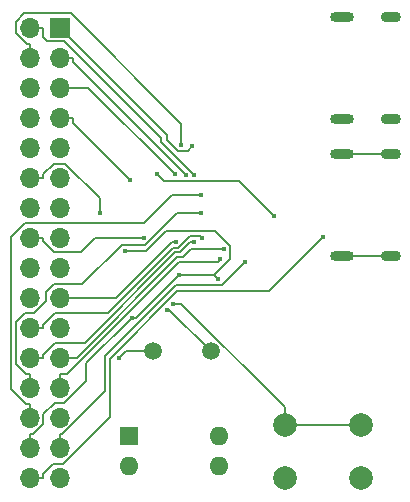
<source format=gbl>
G04 #@! TF.GenerationSoftware,KiCad,Pcbnew,5.1.8+dfsg1-1~bpo10+1*
G04 #@! TF.CreationDate,2020-11-15T21:14:17+08:00*
G04 #@! TF.ProjectId,stm32-io-extend,73746d33-322d-4696-9f2d-657874656e64,rev?*
G04 #@! TF.SameCoordinates,Original*
G04 #@! TF.FileFunction,Copper,L2,Bot*
G04 #@! TF.FilePolarity,Positive*
%FSLAX46Y46*%
G04 Gerber Fmt 4.6, Leading zero omitted, Abs format (unit mm)*
G04 Created by KiCad (PCBNEW 5.1.8+dfsg1-1~bpo10+1) date 2020-11-15 21:14:17*
%MOMM*%
%LPD*%
G01*
G04 APERTURE LIST*
G04 #@! TA.AperFunction,ComponentPad*
%ADD10O,2.000000X0.900000*%
G04 #@! TD*
G04 #@! TA.AperFunction,ComponentPad*
%ADD11O,1.700000X0.900000*%
G04 #@! TD*
G04 #@! TA.AperFunction,ComponentPad*
%ADD12R,1.700000X1.700000*%
G04 #@! TD*
G04 #@! TA.AperFunction,ComponentPad*
%ADD13O,1.700000X1.700000*%
G04 #@! TD*
G04 #@! TA.AperFunction,ComponentPad*
%ADD14R,1.600000X1.600000*%
G04 #@! TD*
G04 #@! TA.AperFunction,ComponentPad*
%ADD15O,1.600000X1.600000*%
G04 #@! TD*
G04 #@! TA.AperFunction,ComponentPad*
%ADD16C,2.000000*%
G04 #@! TD*
G04 #@! TA.AperFunction,ComponentPad*
%ADD17C,1.500000*%
G04 #@! TD*
G04 #@! TA.AperFunction,ViaPad*
%ADD18C,0.400000*%
G04 #@! TD*
G04 #@! TA.AperFunction,Conductor*
%ADD19C,0.200000*%
G04 #@! TD*
G04 APERTURE END LIST*
D10*
G04 #@! TO.P,J1,S1*
G04 #@! TO.N,GND*
X139270000Y-39920000D03*
X139270000Y-31280000D03*
D11*
X143440000Y-39920000D03*
X143440000Y-31280000D03*
G04 #@! TD*
G04 #@! TO.P,J2,S1*
G04 #@! TO.N,GND*
X143440000Y-42880000D03*
X143440000Y-51520000D03*
D10*
X139270000Y-42880000D03*
X139270000Y-51520000D03*
G04 #@! TD*
D12*
G04 #@! TO.P,J3,1*
G04 #@! TO.N,/P1*
X115400000Y-32150000D03*
D13*
G04 #@! TO.P,J3,2*
G04 #@! TO.N,/P2*
X112860000Y-32150000D03*
G04 #@! TO.P,J3,3*
G04 #@! TO.N,/P3*
X115400000Y-34690000D03*
G04 #@! TO.P,J3,4*
G04 #@! TO.N,/P4*
X112860000Y-34690000D03*
G04 #@! TO.P,J3,5*
G04 #@! TO.N,/P5*
X115400000Y-37230000D03*
G04 #@! TO.P,J3,6*
G04 #@! TO.N,/P6*
X112860000Y-37230000D03*
G04 #@! TO.P,J3,7*
G04 #@! TO.N,/P7*
X115400000Y-39770000D03*
G04 #@! TO.P,J3,8*
G04 #@! TO.N,/P8*
X112860000Y-39770000D03*
G04 #@! TO.P,J3,9*
G04 #@! TO.N,/P9*
X115400000Y-42310000D03*
G04 #@! TO.P,J3,10*
G04 #@! TO.N,/P10*
X112860000Y-42310000D03*
G04 #@! TO.P,J3,11*
G04 #@! TO.N,/P11*
X115400000Y-44850000D03*
G04 #@! TO.P,J3,12*
G04 #@! TO.N,/P12*
X112860000Y-44850000D03*
G04 #@! TO.P,J3,13*
G04 #@! TO.N,/P13*
X115400000Y-47390000D03*
G04 #@! TO.P,J3,14*
G04 #@! TO.N,/P14*
X112860000Y-47390000D03*
G04 #@! TO.P,J3,15*
G04 #@! TO.N,/P15*
X115400000Y-49930000D03*
G04 #@! TO.P,J3,16*
G04 #@! TO.N,/P16*
X112860000Y-49930000D03*
G04 #@! TO.P,J3,17*
G04 #@! TO.N,/P17*
X115400000Y-52470000D03*
G04 #@! TO.P,J3,18*
G04 #@! TO.N,/P18*
X112860000Y-52470000D03*
G04 #@! TO.P,J3,19*
G04 #@! TO.N,/P19*
X115400000Y-55010000D03*
G04 #@! TO.P,J3,20*
G04 #@! TO.N,/P20*
X112860000Y-55010000D03*
G04 #@! TO.P,J3,21*
G04 #@! TO.N,/P21*
X115400000Y-57550000D03*
G04 #@! TO.P,J3,22*
G04 #@! TO.N,/P22*
X112860000Y-57550000D03*
G04 #@! TO.P,J3,23*
G04 #@! TO.N,/P23*
X115400000Y-60090000D03*
G04 #@! TO.P,J3,24*
G04 #@! TO.N,/P24*
X112860000Y-60090000D03*
G04 #@! TO.P,J3,25*
G04 #@! TO.N,/P25*
X115400000Y-62630000D03*
G04 #@! TO.P,J3,26*
G04 #@! TO.N,/P26*
X112860000Y-62630000D03*
G04 #@! TO.P,J3,27*
G04 #@! TO.N,/P27*
X115400000Y-65170000D03*
G04 #@! TO.P,J3,28*
G04 #@! TO.N,/P28*
X112860000Y-65170000D03*
G04 #@! TO.P,J3,29*
G04 #@! TO.N,/P29*
X115400000Y-67710000D03*
G04 #@! TO.P,J3,30*
G04 #@! TO.N,+3V3*
X112860000Y-67710000D03*
G04 #@! TO.P,J3,31*
G04 #@! TO.N,GND*
X115400000Y-70250000D03*
G04 #@! TO.P,J3,32*
G04 #@! TO.N,+5V*
X112860000Y-70250000D03*
G04 #@! TD*
D14*
G04 #@! TO.P,SW1,1*
G04 #@! TO.N,Net-(R2-Pad1)*
X121300000Y-66750000D03*
D15*
G04 #@! TO.P,SW1,3*
G04 #@! TO.N,/BOOT1*
X128920000Y-69290000D03*
G04 #@! TO.P,SW1,2*
G04 #@! TO.N,Net-(R1-Pad2)*
X121300000Y-69290000D03*
G04 #@! TO.P,SW1,4*
G04 #@! TO.N,/BOOT0*
X128920000Y-66750000D03*
G04 #@! TD*
D16*
G04 #@! TO.P,SW2,2*
G04 #@! TO.N,GND*
X134450000Y-70300000D03*
G04 #@! TO.P,SW2,1*
G04 #@! TO.N,/NRST*
X134450000Y-65800000D03*
G04 #@! TO.P,SW2,2*
G04 #@! TO.N,GND*
X140950000Y-70300000D03*
G04 #@! TO.P,SW2,1*
G04 #@! TO.N,/NRST*
X140950000Y-65800000D03*
G04 #@! TD*
D17*
G04 #@! TO.P,Y1,1*
G04 #@! TO.N,Net-(C13-Pad1)*
X123330000Y-59560000D03*
G04 #@! TO.P,Y1,2*
G04 #@! TO.N,Net-(C14-Pad1)*
X128210000Y-59560000D03*
G04 #@! TD*
D18*
G04 #@! TO.N,+5V*
X137709700Y-49882600D03*
G04 #@! TO.N,+3V3*
X128849100Y-53450200D03*
X121495900Y-56701100D03*
X125476000Y-53062900D03*
X120923000Y-51035400D03*
G04 #@! TO.N,/NRST*
X125035800Y-55536000D03*
G04 #@! TO.N,/USBDM*
X133564600Y-48093300D03*
X123650000Y-44575700D03*
G04 #@! TO.N,/P1*
X126590700Y-42197800D03*
G04 #@! TO.N,/P2*
X126762700Y-44584200D03*
G04 #@! TO.N,/P3*
X126099700Y-44629000D03*
G04 #@! TO.N,/P4*
X125650000Y-42054200D03*
G04 #@! TO.N,/P5*
X125150000Y-44583000D03*
G04 #@! TO.N,/P7*
X121380500Y-45067500D03*
G04 #@! TO.N,/P12*
X118804900Y-47825100D03*
G04 #@! TO.N,/P16*
X122518900Y-49965000D03*
G04 #@! TO.N,/P19*
X125233800Y-50284500D03*
G04 #@! TO.N,/P22*
X127419300Y-49918500D03*
G04 #@! TO.N,/P23*
X129302800Y-50923600D03*
G04 #@! TO.N,/P24*
X126754400Y-50318800D03*
G04 #@! TO.N,/P25*
X129016700Y-51758100D03*
G04 #@! TO.N,/P26*
X127408900Y-47850000D03*
G04 #@! TO.N,/P28*
X127414100Y-46350000D03*
G04 #@! TO.N,/P29*
X131129000Y-51969100D03*
G04 #@! TO.N,Net-(C13-Pad1)*
X120410600Y-60145500D03*
G04 #@! TO.N,Net-(C14-Pad1)*
X124526100Y-56045800D03*
G04 #@! TD*
D19*
G04 #@! TO.N,GND*
X143440000Y-42880000D02*
X139270000Y-42880000D01*
X143440000Y-51520000D02*
X139270000Y-51520000D01*
G04 #@! TO.N,+5V*
X114010300Y-70250000D02*
X114010300Y-69962300D01*
X114010300Y-69962300D02*
X114872900Y-69099700D01*
X114872900Y-69099700D02*
X115709800Y-69099700D01*
X115709800Y-69099700D02*
X119663200Y-65146300D01*
X119663200Y-65146300D02*
X119663200Y-60169700D01*
X119663200Y-60169700D02*
X125383000Y-54449900D01*
X125383000Y-54449900D02*
X133142400Y-54449900D01*
X133142400Y-54449900D02*
X137709700Y-49882600D01*
X112860000Y-70250000D02*
X114010300Y-70250000D01*
G04 #@! TO.N,+3V3*
X120923000Y-51035400D02*
X122725700Y-51035400D01*
X122725700Y-51035400D02*
X124377300Y-49383800D01*
X124377300Y-49383800D02*
X128527100Y-49383800D01*
X128527100Y-49383800D02*
X129804600Y-50661300D01*
X129804600Y-50661300D02*
X129804600Y-51720100D01*
X129804600Y-51720100D02*
X128461800Y-53062900D01*
X125476000Y-53062900D02*
X128461800Y-53062900D01*
X128461800Y-53062900D02*
X128849100Y-53450200D01*
X112860000Y-67710000D02*
X112860000Y-66559700D01*
X112860000Y-66559700D02*
X113147700Y-66559700D01*
X113147700Y-66559700D02*
X114010300Y-65697100D01*
X114010300Y-65697100D02*
X114010300Y-64871200D01*
X114010300Y-64871200D02*
X114981500Y-63900000D01*
X114981500Y-63900000D02*
X115765900Y-63900000D01*
X115765900Y-63900000D02*
X117624500Y-62041400D01*
X117624500Y-62041400D02*
X117624500Y-60572500D01*
X117624500Y-60572500D02*
X121495900Y-56701100D01*
X125476000Y-53062900D02*
X121837800Y-56701100D01*
X121837800Y-56701100D02*
X121495900Y-56701100D01*
G04 #@! TO.N,/NRST*
X134450000Y-65800000D02*
X134450000Y-64274700D01*
X134450000Y-64274700D02*
X125711300Y-55536000D01*
X125711300Y-55536000D02*
X125035800Y-55536000D01*
X134450000Y-65800000D02*
X140950000Y-65800000D01*
G04 #@! TO.N,/USBDM*
X123650000Y-44575700D02*
X124214100Y-45139800D01*
X124214100Y-45139800D02*
X130611100Y-45139800D01*
X130611100Y-45139800D02*
X133564600Y-48093300D01*
G04 #@! TO.N,/P1*
X115400000Y-32150000D02*
X124511800Y-41261800D01*
X124511800Y-41261800D02*
X124511800Y-41631200D01*
X124511800Y-41631200D02*
X125435300Y-42554700D01*
X125435300Y-42554700D02*
X126233800Y-42554700D01*
X126233800Y-42554700D02*
X126590700Y-42197800D01*
G04 #@! TO.N,/P2*
X114010300Y-32150000D02*
X114010300Y-32940900D01*
X114010300Y-32940900D02*
X114369700Y-33300300D01*
X114369700Y-33300300D02*
X115756300Y-33300300D01*
X115756300Y-33300300D02*
X123969800Y-41513800D01*
X123969800Y-41513800D02*
X123969800Y-41791300D01*
X123969800Y-41791300D02*
X126762700Y-44584200D01*
X112860000Y-32150000D02*
X114010300Y-32150000D01*
G04 #@! TO.N,/P3*
X116550300Y-34690000D02*
X116550300Y-35079600D01*
X116550300Y-35079600D02*
X126099700Y-44629000D01*
X115400000Y-34690000D02*
X116550300Y-34690000D01*
G04 #@! TO.N,/P4*
X112860000Y-33539700D02*
X112621600Y-33539700D01*
X112621600Y-33539700D02*
X111709300Y-32627400D01*
X111709300Y-32627400D02*
X111709300Y-31669200D01*
X111709300Y-31669200D02*
X112426100Y-30952400D01*
X112426100Y-30952400D02*
X116327100Y-30952400D01*
X116327100Y-30952400D02*
X125650000Y-40275300D01*
X125650000Y-40275300D02*
X125650000Y-42054200D01*
X112860000Y-34690000D02*
X112860000Y-33539700D01*
G04 #@! TO.N,/P5*
X116550300Y-37230000D02*
X117797000Y-37230000D01*
X117797000Y-37230000D02*
X125150000Y-44583000D01*
X115400000Y-37230000D02*
X116550300Y-37230000D01*
G04 #@! TO.N,/P7*
X116550300Y-39770000D02*
X116550300Y-40237300D01*
X116550300Y-40237300D02*
X121380500Y-45067500D01*
X115400000Y-39770000D02*
X116550300Y-39770000D01*
G04 #@! TO.N,/P12*
X114010300Y-44850000D02*
X114010300Y-44562400D01*
X114010300Y-44562400D02*
X114889400Y-43683300D01*
X114889400Y-43683300D02*
X115883800Y-43683300D01*
X115883800Y-43683300D02*
X118804900Y-46604400D01*
X118804900Y-46604400D02*
X118804900Y-47825100D01*
X112860000Y-44850000D02*
X114010300Y-44850000D01*
G04 #@! TO.N,/P16*
X112860000Y-49930000D02*
X114010300Y-49930000D01*
X114010300Y-49930000D02*
X114010300Y-50217600D01*
X114010300Y-50217600D02*
X114913300Y-51120600D01*
X114913300Y-51120600D02*
X117229500Y-51120600D01*
X117229500Y-51120600D02*
X118385100Y-49965000D01*
X118385100Y-49965000D02*
X122518900Y-49965000D01*
G04 #@! TO.N,/P19*
X116550300Y-55010000D02*
X120198800Y-55010000D01*
X120198800Y-55010000D02*
X124924300Y-50284500D01*
X124924300Y-50284500D02*
X125233800Y-50284500D01*
X115400000Y-55010000D02*
X116550300Y-55010000D01*
G04 #@! TO.N,/P22*
X114010300Y-57550000D02*
X114010300Y-57311600D01*
X114010300Y-57311600D02*
X115042100Y-56279800D01*
X115042100Y-56279800D02*
X119511200Y-56279800D01*
X119511200Y-56279800D02*
X125006200Y-50784800D01*
X125006200Y-50784800D02*
X125441100Y-50784800D01*
X125441100Y-50784800D02*
X126417200Y-49808700D01*
X126417200Y-49808700D02*
X127309500Y-49808700D01*
X127309500Y-49808700D02*
X127419300Y-49918500D01*
X112860000Y-57550000D02*
X114010300Y-57550000D01*
G04 #@! TO.N,/P23*
X116550300Y-60090000D02*
X116833400Y-60090000D01*
X116833400Y-60090000D02*
X125338000Y-51585400D01*
X125338000Y-51585400D02*
X125862500Y-51585400D01*
X125862500Y-51585400D02*
X126524300Y-50923600D01*
X126524300Y-50923600D02*
X129302800Y-50923600D01*
X115400000Y-60090000D02*
X116550300Y-60090000D01*
G04 #@! TO.N,/P24*
X114010300Y-60090000D02*
X114010300Y-59851600D01*
X114010300Y-59851600D02*
X115041900Y-58820000D01*
X115041900Y-58820000D02*
X117537300Y-58820000D01*
X117537300Y-58820000D02*
X125172200Y-51185100D01*
X125172200Y-51185100D02*
X125606900Y-51185100D01*
X125606900Y-51185100D02*
X126473200Y-50318800D01*
X126473200Y-50318800D02*
X126754400Y-50318800D01*
X112860000Y-60090000D02*
X114010300Y-60090000D01*
G04 #@! TO.N,/P25*
X115400000Y-61479700D02*
X116009800Y-61479700D01*
X116009800Y-61479700D02*
X125503800Y-51985700D01*
X125503800Y-51985700D02*
X128789100Y-51985700D01*
X128789100Y-51985700D02*
X129016700Y-51758100D01*
X115400000Y-62630000D02*
X115400000Y-61479700D01*
G04 #@! TO.N,/P26*
X112860000Y-62630000D02*
X112860000Y-61479700D01*
X112860000Y-61479700D02*
X112572400Y-61479700D01*
X112572400Y-61479700D02*
X111683700Y-60591000D01*
X111683700Y-60591000D02*
X111683700Y-57073300D01*
X111683700Y-57073300D02*
X112477000Y-56280000D01*
X112477000Y-56280000D02*
X113244600Y-56280000D01*
X113244600Y-56280000D02*
X114249600Y-55275000D01*
X114249600Y-55275000D02*
X114249600Y-54505000D01*
X114249600Y-54505000D02*
X114895000Y-53859600D01*
X114895000Y-53859600D02*
X117325000Y-53859600D01*
X117325000Y-53859600D02*
X120649600Y-50535000D01*
X120649600Y-50535000D02*
X122659800Y-50535000D01*
X122659800Y-50535000D02*
X125344800Y-47850000D01*
X125344800Y-47850000D02*
X127408900Y-47850000D01*
G04 #@! TO.N,/P28*
X112860000Y-64019700D02*
X112572400Y-64019700D01*
X112572400Y-64019700D02*
X111283300Y-62730600D01*
X111283300Y-62730600D02*
X111283300Y-49879200D01*
X111283300Y-49879200D02*
X112502500Y-48660000D01*
X112502500Y-48660000D02*
X122576300Y-48660000D01*
X122576300Y-48660000D02*
X124886300Y-46350000D01*
X124886300Y-46350000D02*
X127414100Y-46350000D01*
X112860000Y-65170000D02*
X112860000Y-64019700D01*
G04 #@! TO.N,/P29*
X115400000Y-66559700D02*
X115638300Y-66559700D01*
X115638300Y-66559700D02*
X119262900Y-62935100D01*
X119262900Y-62935100D02*
X119262900Y-59924900D01*
X119262900Y-59924900D02*
X125237300Y-53950500D01*
X125237300Y-53950500D02*
X129147600Y-53950500D01*
X129147600Y-53950500D02*
X131129000Y-51969100D01*
X115400000Y-67710000D02*
X115400000Y-66559700D01*
G04 #@! TO.N,Net-(C13-Pad1)*
X123330000Y-59560000D02*
X120996100Y-59560000D01*
X120996100Y-59560000D02*
X120410600Y-60145500D01*
G04 #@! TO.N,Net-(C14-Pad1)*
X128210000Y-59560000D02*
X124695800Y-56045800D01*
X124695800Y-56045800D02*
X124526100Y-56045800D01*
G04 #@! TD*
M02*

</source>
